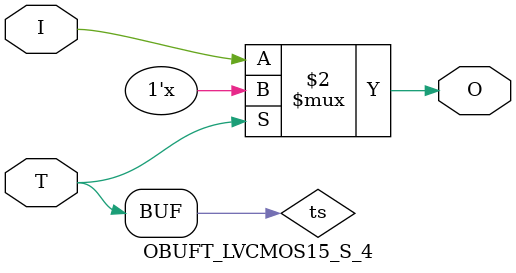
<source format=v>

/*

FUNCTION	: TRI-STATE OUTPUT BUFFER

*/

`celldefine
`timescale  100 ps / 10 ps

module OBUFT_LVCMOS15_S_4 (O, I, T);

    output O;

    input  I, T;

    or O1 (ts, 1'b0, T);
    bufif0 T1 (O, I, ts);

endmodule

</source>
